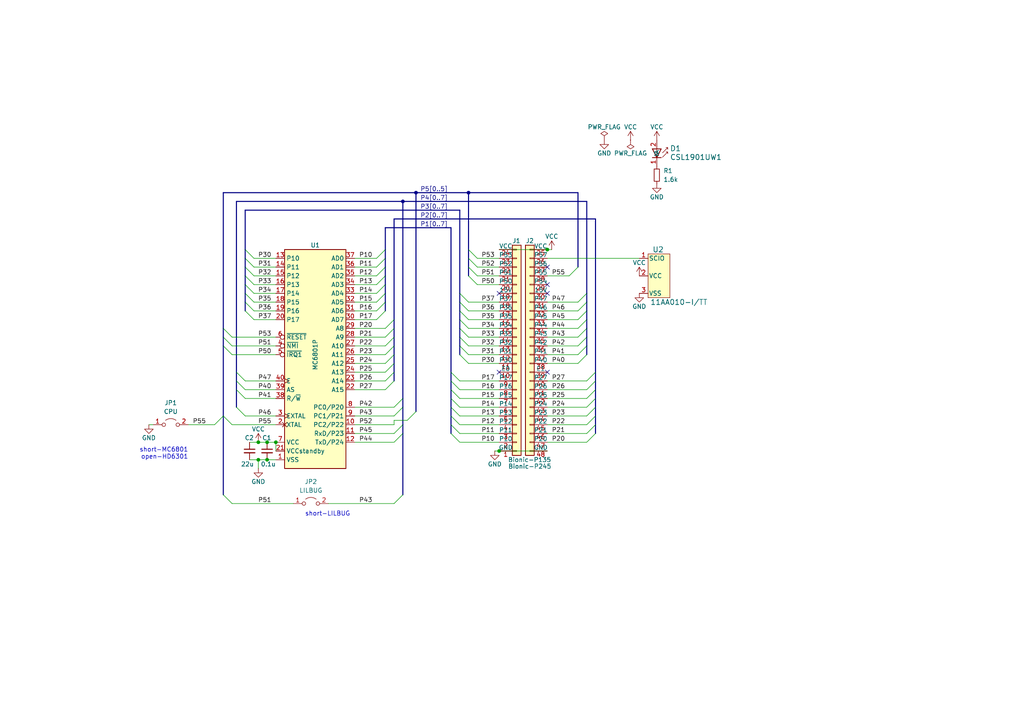
<source format=kicad_sch>
(kicad_sch (version 20231120) (generator "eeschema") (generator_version "8.0")
  (paper "A4")
  (title_block (title "BionicMC6801") (date "2024-12-11") (rev "6") (company "Tadashi G. Takaoka"))
  (lib_symbols
    (symbol "Device:C_Small" (pin_numbers hide) (pin_names (offset 0.254) hide)
      (property "Reference" "C" (at 0.254 1.778 0))
      (property "Value" "C_Small" (at 0.254 -2.032 0))
      (symbol "C_Small_0_1"
        (polyline (pts (xy -1.524 -0.508) (xy 1.524 -0.508)) (stroke (width 0.3302)))
        (polyline (pts (xy -1.524 0.508) (xy 1.524 0.508)) (stroke (width 0.3048)))
      )
      (symbol "C_Small_1_1"
        (pin passive line (at 0 2.54 270) (length 2.032) (name "~") (number "1"))
        (pin passive line (at 0 -2.54 90) (length 2.032) (name "~") (number "2"))
      )
    )
    (symbol "Device:R_Small" (pin_numbers hide) (pin_names (offset 0.254) hide)
      (property "Reference" "R" (at 0.762 0.508 0))
      (property "Value" "R_Small" (at 0.762 -1.016 0))
      (symbol "R_Small_0_1"
        (rectangle (start -0.762 1.778) (end 0.762 -1.778) (stroke (width 0.2032)))
      )
      (symbol "R_Small_1_1"
        (pin passive line (at 0 2.54 270) (length 0.762) (name "~") (number "1"))
        (pin passive line (at 0 -2.54 90) (length 0.762) (name "~") (number "2"))
      )
    )
    (symbol "Jumper:Jumper_2_Open" (pin_names (offset 0) hide)
      (property "Reference" "JP" (at 0 2.794 0))
      (property "Value" "Jumper_2_Open" (at 0 -2.286 0))
      (symbol "Jumper_2_Open_0_0"
        (circle (center -2.032 0) (radius 0.508))
        (circle (center 2.032 0) (radius 0.508))
      )
      (symbol "Jumper_2_Open_0_1"
        (arc (start 1.524 1.27) (mid 0 1.778) (end -1.524 1.27))
      )
      (symbol "Jumper_2_Open_1_1"
        (pin passive line (at -5.08 0 0) (length 2.54) (name "A") (number "1"))
        (pin passive line (at 5.08 0 180) (length 2.54) (name "B") (number "2"))
      )
    )
    (symbol "bionic:Bionic-P135" (pin_names (offset 0))
      (property "Reference" "J" (at 0 30.48 0))
      (property "Value" "Bionic-P135" (at -1.27 -33.02 0))
      (symbol "Bionic-P135_1_1"
        (rectangle (start 0 -30.353) (end -1.27 -30.607) (stroke (width 0.1524)))
        (rectangle (start 0 -27.813) (end -1.27 -28.067) (stroke (width 0.1524)))
        (rectangle (start 0 -25.273) (end -1.27 -25.527) (stroke (width 0.1524)))
        (rectangle (start 0 -22.733) (end -1.27 -22.987) (stroke (width 0.1524)))
        (rectangle (start 0 -20.193) (end -1.27 -20.447) (stroke (width 0.1524)))
        (rectangle (start 0 -17.653) (end -1.27 -17.907) (stroke (width 0.1524)))
        (rectangle (start 0 -15.113) (end -1.27 -15.367) (stroke (width 0.1524)))
        (rectangle (start 0 -12.573) (end -1.27 -12.827) (stroke (width 0.1524)))
        (rectangle (start 0 -10.033) (end -1.27 -10.287) (stroke (width 0.1524)))
        (rectangle (start 0 -7.493) (end -1.27 -7.747) (stroke (width 0.1524)))
        (rectangle (start 0 -4.953) (end -1.27 -5.207) (stroke (width 0.1524)))
        (rectangle (start 0 -2.413) (end -1.27 -2.667) (stroke (width 0.1524)))
        (rectangle (start 0 0.127) (end -1.27 -0.127) (stroke (width 0.1524)))
        (rectangle (start 0 2.667) (end -1.27 2.413) (stroke (width 0.1524)))
        (rectangle (start 0 5.207) (end -1.27 4.953) (stroke (width 0.1524)))
        (rectangle (start 0 7.747) (end -1.27 7.493) (stroke (width 0.1524)))
        (rectangle (start 0 10.287) (end -1.27 10.033) (stroke (width 0.1524)))
        (rectangle (start 0 12.827) (end -1.27 12.573) (stroke (width 0.1524)))
        (rectangle (start 0 15.367) (end -1.27 15.113) (stroke (width 0.1524)))
        (rectangle (start 0 17.907) (end -1.27 17.653) (stroke (width 0.1524)))
        (rectangle (start 0 20.447) (end -1.27 20.193) (stroke (width 0.1524)))
        (rectangle (start 0 22.987) (end -1.27 22.733) (stroke (width 0.1524)))
        (rectangle (start 0 25.527) (end -1.27 25.273) (stroke (width 0.1524)))
        (rectangle (start 0 28.067) (end -1.27 27.813) (stroke (width 0.1524)))
        (rectangle (start 1.27 29.21) (end -1.27 -31.75) (stroke (width 0.254)) (fill (type background)))
        (pin power_in line (at -5.08 -30.48 0) (length 3.81) (name "GND") (number "1"))
        (pin bidirectional line (at -5.08 -7.62 0) (length 3.81) (name "E0") (number "10"))
        (pin bidirectional line (at -5.08 -5.08 0) (length 3.81) (name "P30") (number "11"))
        (pin bidirectional line (at -5.08 -2.54 0) (length 3.81) (name "P31") (number "12"))
        (pin bidirectional line (at -5.08 0 0) (length 3.81) (name "P32") (number "13"))
        (pin bidirectional line (at -5.08 2.54 0) (length 3.81) (name "P33") (number "14"))
        (pin bidirectional line (at -5.08 5.08 0) (length 3.81) (name "P34") (number "15"))
        (pin bidirectional line (at -5.08 7.62 0) (length 3.81) (name "P35") (number "16"))
        (pin bidirectional line (at -5.08 10.16 0) (length 3.81) (name "P36") (number "17"))
        (pin bidirectional line (at -5.08 12.7 0) (length 3.81) (name "P37") (number "18"))
        (pin power_in line (at -5.08 15.24 0) (length 3.81) (name "15V") (number "19"))
        (pin bidirectional line (at -5.08 -27.94 0) (length 3.81) (name "P10") (number "2"))
        (pin bidirectional line (at -5.08 17.78 0) (length 3.81) (name "P50") (number "20"))
        (pin bidirectional line (at -5.08 20.32 0) (length 3.81) (name "P51") (number "21"))
        (pin bidirectional line (at -5.08 22.86 0) (length 3.81) (name "P52") (number "22"))
        (pin bidirectional line (at -5.08 25.4 0) (length 3.81) (name "P53") (number "23"))
        (pin power_in line (at -5.08 27.94 0) (length 3.81) (name "VCC") (number "24"))
        (pin bidirectional line (at -5.08 -25.4 0) (length 3.81) (name "P11") (number "3"))
        (pin bidirectional line (at -5.08 -22.86 0) (length 3.81) (name "P12") (number "4"))
        (pin bidirectional line (at -5.08 -20.32 0) (length 3.81) (name "P13") (number "5"))
        (pin bidirectional line (at -5.08 -17.78 0) (length 3.81) (name "P14") (number "6"))
        (pin bidirectional line (at -5.08 -15.24 0) (length 3.81) (name "P15") (number "7"))
        (pin bidirectional line (at -5.08 -12.7 0) (length 3.81) (name "P16") (number "8"))
        (pin bidirectional line (at -5.08 -10.16 0) (length 3.81) (name "P17") (number "9"))
      )
    )
    (symbol "bionic:Bionic-P245" (pin_names (offset 0))
      (property "Reference" "J" (at -3.81 30.48 0))
      (property "Value" "Bionic-P245" (at -1.27 -33.02 0))
      (symbol "Bionic-P245_1_1"
        (rectangle (start -2.54 -30.607) (end -3.81 -30.353) (stroke (width 0.1524)))
        (rectangle (start -2.54 -28.067) (end -3.81 -27.813) (stroke (width 0.1524)))
        (rectangle (start -2.54 -25.527) (end -3.81 -25.273) (stroke (width 0.1524)))
        (rectangle (start -2.54 -22.987) (end -3.81 -22.733) (stroke (width 0.1524)))
        (rectangle (start -2.54 -20.447) (end -3.81 -20.193) (stroke (width 0.1524)))
        (rectangle (start -2.54 -17.907) (end -3.81 -17.653) (stroke (width 0.1524)))
        (rectangle (start -2.54 -15.367) (end -3.81 -15.113) (stroke (width 0.1524)))
        (rectangle (start -2.54 -12.827) (end -3.81 -12.573) (stroke (width 0.1524)))
        (rectangle (start -2.54 -10.287) (end -3.81 -10.033) (stroke (width 0.1524)))
        (rectangle (start -2.54 -7.747) (end -3.81 -7.493) (stroke (width 0.1524)))
        (rectangle (start -2.54 -5.207) (end -3.81 -4.953) (stroke (width 0.1524)))
        (rectangle (start -2.54 -2.667) (end -3.81 -2.413) (stroke (width 0.1524)))
        (rectangle (start -2.54 -0.127) (end -3.81 0.127) (stroke (width 0.1524)))
        (rectangle (start -2.54 2.413) (end -3.81 2.667) (stroke (width 0.1524)))
        (rectangle (start -2.54 4.953) (end -3.81 5.207) (stroke (width 0.1524)))
        (rectangle (start -2.54 7.493) (end -3.81 7.747) (stroke (width 0.1524)))
        (rectangle (start -2.54 10.033) (end -3.81 10.287) (stroke (width 0.1524)))
        (rectangle (start -2.54 12.573) (end -3.81 12.827) (stroke (width 0.1524)))
        (rectangle (start -2.54 15.113) (end -3.81 15.367) (stroke (width 0.1524)))
        (rectangle (start -2.54 17.653) (end -3.81 17.907) (stroke (width 0.1524)))
        (rectangle (start -2.54 20.193) (end -3.81 20.447) (stroke (width 0.1524)))
        (rectangle (start -2.54 22.733) (end -3.81 22.987) (stroke (width 0.1524)))
        (rectangle (start -2.54 25.273) (end -3.81 25.527) (stroke (width 0.1524)))
        (rectangle (start -2.54 27.813) (end -3.81 28.067) (stroke (width 0.1524)))
        (rectangle (start -2.54 29.21) (end -5.08 -31.75) (stroke (width 0.254)) (fill (type background)))
        (pin power_in line (at 1.27 27.94 180) (length 3.81) (name "VCC") (number "25"))
        (pin bidirectional line (at 1.27 25.4 180) (length 3.81) (name "P57") (number "26"))
        (pin bidirectional line (at 1.27 22.86 180) (length 3.81) (name "P56") (number "27"))
        (pin bidirectional line (at 1.27 20.32 180) (length 3.81) (name "P55") (number "28"))
        (pin bidirectional line (at 1.27 17.78 180) (length 3.81) (name "P54") (number "29"))
        (pin power_in line (at 1.27 15.24 180) (length 3.81) (name "15V") (number "30"))
        (pin bidirectional line (at 1.27 12.7 180) (length 3.81) (name "P47") (number "31"))
        (pin bidirectional line (at 1.27 10.16 180) (length 3.81) (name "P46") (number "32"))
        (pin bidirectional line (at 1.27 7.62 180) (length 3.81) (name "P45") (number "33"))
        (pin bidirectional line (at 1.27 5.08 180) (length 3.81) (name "P44") (number "34"))
        (pin bidirectional line (at 1.27 2.54 180) (length 3.81) (name "P43") (number "35"))
        (pin bidirectional line (at 1.27 0 180) (length 3.81) (name "P42") (number "36"))
        (pin bidirectional line (at 1.27 -2.54 180) (length 3.81) (name "P41") (number "37"))
        (pin bidirectional line (at 1.27 -5.08 180) (length 3.81) (name "P40") (number "38"))
        (pin bidirectional line (at 1.27 -7.62 180) (length 3.81) (name "E1") (number "39"))
        (pin bidirectional line (at 1.27 -10.16 180) (length 3.81) (name "P27") (number "40"))
        (pin bidirectional line (at 1.27 -12.7 180) (length 3.81) (name "P26") (number "41"))
        (pin bidirectional line (at 1.27 -15.24 180) (length 3.81) (name "P25") (number "42"))
        (pin bidirectional line (at 1.27 -17.78 180) (length 3.81) (name "P24") (number "43"))
        (pin bidirectional line (at 1.27 -20.32 180) (length 3.81) (name "P23") (number "44"))
        (pin bidirectional line (at 1.27 -22.86 180) (length 3.81) (name "P22") (number "45"))
        (pin bidirectional line (at 1.27 -25.4 180) (length 3.81) (name "P21") (number "46"))
        (pin bidirectional line (at 1.27 -27.94 180) (length 3.81) (name "P20") (number "47"))
        (pin power_in line (at 1.27 -30.48 180) (length 3.81) (name "GND") (number "48"))
      )
    )
    (symbol "cpu:MC6801P"
      (property "Reference" "U" (at -1.27 31.75 0))
      (property "Value" "MC6801P" (at 0 -3.81 90))
      (symbol "MC6801P_0_1"
        (rectangle (start -8.89 -33.02) (end 8.89 30.48) (stroke (width 0.254)) (fill (type background)))
      )
      (symbol "MC6801P_1_1"
        (pin power_in line (at -11.43 -30.48 0) (length 2.54) (name "VSS") (number "1"))
        (pin bidirectional line (at 11.43 -20.32 180) (length 2.54) (name "PC2/P22") (number "10"))
        (pin input line (at 11.43 -22.86 180) (length 2.54) (name "RxD/P23") (number "11"))
        (pin output line (at 11.43 -25.4 180) (length 2.54) (name "TxD/P24") (number "12"))
        (pin bidirectional line (at -11.43 27.94 0) (length 2.54) (name "P10") (number "13"))
        (pin bidirectional line (at -11.43 25.4 0) (length 2.54) (name "P11") (number "14"))
        (pin bidirectional line (at -11.43 22.86 0) (length 2.54) (name "P12") (number "15"))
        (pin bidirectional line (at -11.43 20.32 0) (length 2.54) (name "P13") (number "16"))
        (pin bidirectional line (at -11.43 17.78 0) (length 2.54) (name "P14") (number "17"))
        (pin bidirectional line (at -11.43 15.24 0) (length 2.54) (name "P15") (number "18"))
        (pin bidirectional line (at -11.43 12.7 0) (length 2.54) (name "P16") (number "19"))
        (pin input non_logic (at -11.43 -20.32 0) (length 2.54) (name "XTAL") (number "2"))
        (pin bidirectional line (at -11.43 10.16 0) (length 2.54) (name "P17") (number "20"))
        (pin power_in line (at -11.43 -27.94 0) (length 2.54) (name "VCCstandby") (number "21"))
        (pin output line (at 11.43 -10.16 180) (length 2.54) (name "A15") (number "22"))
        (pin output line (at 11.43 -7.62 180) (length 2.54) (name "A14") (number "23"))
        (pin output line (at 11.43 -5.08 180) (length 2.54) (name "A13") (number "24"))
        (pin output line (at 11.43 -2.54 180) (length 2.54) (name "A12") (number "25"))
        (pin output line (at 11.43 0 180) (length 2.54) (name "A11") (number "26"))
        (pin output line (at 11.43 2.54 180) (length 2.54) (name "A10") (number "27"))
        (pin output line (at 11.43 5.08 180) (length 2.54) (name "A9") (number "28"))
        (pin output line (at 11.43 7.62 180) (length 2.54) (name "A8") (number "29"))
        (pin input clock (at -11.43 -17.78 0) (length 2.54) (name "EXTAL") (number "3"))
        (pin bidirectional line (at 11.43 10.16 180) (length 2.54) (name "AD7") (number "30"))
        (pin bidirectional line (at 11.43 12.7 180) (length 2.54) (name "AD6") (number "31"))
        (pin bidirectional line (at 11.43 15.24 180) (length 2.54) (name "AD5") (number "32"))
        (pin bidirectional line (at 11.43 17.78 180) (length 2.54) (name "AD4") (number "33"))
        (pin bidirectional line (at 11.43 20.32 180) (length 2.54) (name "AD3") (number "34"))
        (pin bidirectional line (at 11.43 22.86 180) (length 2.54) (name "AD2") (number "35"))
        (pin bidirectional line (at 11.43 25.4 180) (length 2.54) (name "AD1") (number "36"))
        (pin bidirectional line (at 11.43 27.94 180) (length 2.54) (name "AD0") (number "37"))
        (pin output line (at -11.43 -12.7 0) (length 2.54) (name "R/~{W}") (number "38"))
        (pin output line (at -11.43 -10.16 0) (length 2.54) (name "AS") (number "39"))
        (pin input inverted (at -11.43 2.54 0) (length 2.54) (name "~{NMI}") (number "4"))
        (pin output clock (at -11.43 -7.62 0) (length 2.54) (name "E") (number "40"))
        (pin input inverted (at -11.43 0 0) (length 2.54) (name "~{IRQ1}") (number "5"))
        (pin input inverted (at -11.43 5.08 0) (length 2.54) (name "~{RESET}") (number "6"))
        (pin power_in line (at -11.43 -25.4 0) (length 2.54) (name "VCC") (number "7"))
        (pin bidirectional line (at 11.43 -15.24 180) (length 2.54) (name "PC0/P20") (number "8"))
        (pin bidirectional line (at 11.43 -17.78 180) (length 2.54) (name "PC1/P21") (number "9"))
      )
    )
    (symbol "microchip:11AA010-I_TT" (pin_names (offset 0.254))
      (property "Reference" "U" (at 2.54 1.27 0))
      (property "Value" "11AA010-I/TT" (at 3.81 -13.97 0))
      (symbol "11AA010-I_TT_1_1"
        (rectangle (start 0 0) (end 6.35 -12.7) (fill (type background)))
        (pin bidirectional line (at -2.54 -1.27 0) (length 2.54) (name "SCIO") (number "1"))
        (pin power_in line (at -2.54 -6.35 0) (length 2.54) (name "VCC") (number "2"))
        (pin power_in line (at -2.54 -11.43 0) (length 2.54) (name "VSS") (number "3"))
      )
    )
    (symbol "power:GND" (power) (pin_numbers hide) (pin_names (offset 0) hide)
      (property "Value" "GND" (at 0 -3.81 0))
      (symbol "GND_0_1"
        (polyline (pts (xy 0 0) (xy 0 -1.27) (xy 1.27 -1.27) (xy 0 -2.54) (xy -1.27 -1.27) (xy 0 -1.27)))
      )
      (symbol "GND_1_1"
        (pin power_in line (at 0 0 270) (length 0) (name "~") (number "1"))
      )
    )
    (symbol "power:PWR_FLAG" (power) (pin_numbers hide) (pin_names (offset 0) hide)
      (property "Value" "PWR_FLAG" (at 0 3.81 0))
      (symbol "PWR_FLAG_0_0"
        (pin power_out line (at 0 0 90) (length 0) (name "~") (number "1"))
      )
      (symbol "PWR_FLAG_0_1"
        (polyline (pts (xy 0 0) (xy 0 1.27) (xy -1.016 1.905) (xy 0 2.54) (xy 1.016 1.905) (xy 0 1.27)))
      )
    )
    (symbol "power:VCC" (power) (pin_numbers hide) (pin_names (offset 0) hide)
      (property "Value" "VCC" (at 0 3.556 0))
      (symbol "VCC_0_1"
        (polyline (pts (xy -0.762 1.27) (xy 0 2.54)))
        (polyline (pts (xy 0 0) (xy 0 2.54)))
        (polyline (pts (xy 0 2.54) (xy 0.762 1.27)))
      )
      (symbol "VCC_1_1"
        (pin power_in line (at 0 0 90) (length 0) (name "~") (number "1"))
      )
    )
    (symbol "rhom:CSL1901UW1" (pin_names (offset 0.254))
      (property "Reference" "D" (at 3.81 -2.54 0))
      (property "Value" "CSL1901UW1" (at 3.81 -5.08 0))
      (symbol "CSL1901UW1_0_1"
        (polyline (pts (xy 2.159 3.175) (xy 2.667 3.175)))
        (polyline (pts (xy 2.54 0) (xy 5.08 0)))
        (polyline (pts (xy 5.08 1.27) (xy 5.08 -1.27)) (stroke (width 0.254)))
        (polyline (pts (xy 3.683 1.651) (xy 2.159 3.175) (xy 2.159 2.667)))
        (polyline (pts (xy 2.54 -1.27) (xy 5.08 0) (xy 2.54 1.27) (xy 2.54 -1.27)) (stroke (width 0.254)))
        (polyline (pts (xy 4.953 1.651) (xy 3.429 3.175) (xy 3.429 2.667) (xy 3.429 3.175) (xy 3.937 3.175)))
      )
      (symbol "CSL1901UW1_1_1"
        (pin passive line (at 7.62 0 180) (length 2.54) (name "K") (number "1"))
        (pin passive line (at 0 0 0) (length 2.54) (name "A") (number "2"))
      )
      (symbol "CSL1901UW1_1_2"
        (polyline (pts (xy -5.08 7.62) (xy -4.445 8.255)) (stroke (width 0.2032)))
        (polyline (pts (xy -5.08 8.255) (xy -5.08 7.62)) (stroke (width 0.2032)))
        (polyline (pts (xy -4.445 6.35) (xy -3.81 6.985)) (stroke (width 0.2032)))
        (polyline (pts (xy -4.445 8.255) (xy -5.08 8.255)) (stroke (width 0.2032)))
        (polyline (pts (xy -4.445 9.525) (xy -3.81 10.16)) (stroke (width 0.2032)))
        (polyline (pts (xy -4.445 10.16) (xy -4.445 9.525)) (stroke (width 0.2032)))
        (polyline (pts (xy -3.81 6.985) (xy -5.08 8.255)) (stroke (width 0.2032)))
        (polyline (pts (xy -3.81 8.255) (xy -3.175 8.89)) (stroke (width 0.2032)))
        (polyline (pts (xy -3.81 10.16) (xy -4.445 10.16)) (stroke (width 0.2032)))
        (polyline (pts (xy -3.175 5.08) (xy -4.445 6.35)) (stroke (width 0.2032)))
        (polyline (pts (xy -3.175 8.89) (xy -4.445 10.16)) (stroke (width 0.2032)))
        (polyline (pts (xy -2.54 6.985) (xy -3.81 8.255)) (stroke (width 0.2032)))
        (polyline (pts (xy -1.905 3.81) (xy 1.905 3.81)) (stroke (width 0.2032)))
        (polyline (pts (xy 0 2.54) (xy 0 3.4798)) (stroke (width 0.2032)))
        (polyline (pts (xy 0 3.175) (xy 0 3.81)) (stroke (width 0.2032)))
        (polyline (pts (xy 0 6.35) (xy -1.905 3.81)) (stroke (width 0.2032)))
        (polyline (pts (xy 0 6.35) (xy 0 7.62)) (stroke (width 0.2032)))
        (polyline (pts (xy 1.905 3.81) (xy 0 6.35)) (stroke (width 0.2032)))
        (polyline (pts (xy 1.905 6.35) (xy -1.905 6.35)) (stroke (width 0.2032)))
        (pin unspecified line (at 0 10.16 270) (length 2.54) (name "") (number "1"))
        (pin unspecified line (at 0 0 90) (length 2.54) (name "") (number "2"))
      )
    )
  )
  (junction (at 120.65 55.88))
  (junction (at 74.93 128.27))
  (junction (at 135.89 55.88))
  (junction (at 116.84 58.42))
  (junction (at 77.47 128.27))
  (junction (at 77.47 133.35))
  (junction (at 80.01 128.27))
  (junction (at 74.93 133.35))
  (junction (at 144.78 130.81))
  (junction (at 158.75 72.39))
  (no_connect (at 144.78 85.09))
  (no_connect (at 158.75 77.47))
  (no_connect (at 144.78 107.95))
  (no_connect (at 158.75 82.55))
  (no_connect (at 158.75 107.95))
  (no_connect (at 158.75 85.09))
  (bus_entry (at 120.65 119.38) (size -2.54 2.54))
  (bus_entry (at 109.22 74.93) (size 2.54 -2.54))
  (bus_entry (at 73.66 92.71) (size -2.54 -2.54))
  (bus_entry (at 133.35 113.03) (size -2.54 -2.54))
  (bus_entry (at 116.84 118.11) (size -2.54 2.54))
  (bus_entry (at 64.77 97.79) (size 2.54 2.54))
  (bus_entry (at 114.3 95.25) (size -2.54 2.54))
  (bus_entry (at 170.18 87.63) (size -2.54 2.54))
  (bus_entry (at 73.66 85.09) (size -2.54 -2.54))
  (bus_entry (at 109.22 90.17) (size 2.54 -2.54))
  (bus_entry (at 109.22 87.63) (size 2.54 -2.54))
  (bus_entry (at 135.89 77.47) (size 2.54 2.54))
  (bus_entry (at 135.89 80.01) (size 2.54 2.54))
  (bus_entry (at 133.35 110.49) (size -2.54 -2.54))
  (bus_entry (at 133.35 87.63) (size 2.54 2.54))
  (bus_entry (at 170.18 95.25) (size -2.54 2.54))
  (bus_entry (at 172.72 118.11) (size -2.54 2.54))
  (bus_entry (at 73.66 74.93) (size -2.54 -2.54))
  (bus_entry (at 170.18 90.17) (size -2.54 2.54))
  (bus_entry (at 109.22 77.47) (size 2.54 -2.54))
  (bus_entry (at 109.22 82.55) (size 2.54 -2.54))
  (bus_entry (at 172.72 120.65) (size -2.54 2.54))
  (bus_entry (at 170.18 85.09) (size -2.54 2.54))
  (bus_entry (at 116.84 123.19) (size -2.54 2.54))
  (bus_entry (at 116.84 125.73) (size -2.54 2.54))
  (bus_entry (at 170.18 100.33) (size -2.54 2.54))
  (bus_entry (at 172.72 125.73) (size -2.54 2.54))
  (bus_entry (at 64.77 143.51) (size 2.54 2.54))
  (bus_entry (at 170.18 102.87) (size -2.54 2.54))
  (bus_entry (at 114.3 110.49) (size -2.54 2.54))
  (bus_entry (at 73.66 87.63) (size -2.54 -2.54))
  (bus_entry (at 133.35 118.11) (size -2.54 -2.54))
  (bus_entry (at 133.35 100.33) (size 2.54 2.54))
  (bus_entry (at 170.18 97.79) (size -2.54 2.54))
  (bus_entry (at 64.77 95.25) (size 2.54 2.54))
  (bus_entry (at 133.35 95.25) (size 2.54 2.54))
  (bus_entry (at 68.58 110.49) (size 2.54 2.54))
  (bus_entry (at 114.3 105.41) (size -2.54 2.54))
  (bus_entry (at 135.89 74.93) (size 2.54 2.54))
  (bus_entry (at 114.3 100.33) (size -2.54 2.54))
  (bus_entry (at 170.18 92.71) (size -2.54 2.54))
  (bus_entry (at 73.66 77.47) (size -2.54 -2.54))
  (bus_entry (at 114.3 107.95) (size -2.54 2.54))
  (bus_entry (at 73.66 90.17) (size -2.54 -2.54))
  (bus_entry (at 172.72 107.95) (size -2.54 2.54))
  (bus_entry (at 133.35 102.87) (size 2.54 2.54))
  (bus_entry (at 68.58 113.03) (size 2.54 2.54))
  (bus_entry (at 68.58 118.11) (size 2.54 2.54))
  (bus_entry (at 172.72 123.19) (size -2.54 2.54))
  (bus_entry (at 116.84 115.57) (size -2.54 2.54))
  (bus_entry (at 64.77 120.65) (size -2.54 2.54))
  (bus_entry (at 167.64 77.47) (size -2.54 2.54))
  (bus_entry (at 114.3 97.79) (size -2.54 2.54))
  (bus_entry (at 133.35 115.57) (size -2.54 -2.54))
  (bus_entry (at 116.84 143.51) (size -2.54 2.54))
  (bus_entry (at 172.72 113.03) (size -2.54 2.54))
  (bus_entry (at 172.72 110.49) (size -2.54 2.54))
  (bus_entry (at 135.89 72.39) (size 2.54 2.54))
  (bus_entry (at 133.35 128.27) (size -2.54 -2.54))
  (bus_entry (at 109.22 80.01) (size 2.54 -2.54))
  (bus_entry (at 133.35 90.17) (size 2.54 2.54))
  (bus_entry (at 68.58 107.95) (size 2.54 2.54))
  (bus_entry (at 172.72 115.57) (size -2.54 2.54))
  (bus_entry (at 109.22 92.71) (size 2.54 -2.54))
  (bus_entry (at 133.35 85.09) (size 2.54 2.54))
  (bus_entry (at 73.66 82.55) (size -2.54 -2.54))
  (bus_entry (at 133.35 125.73) (size -2.54 -2.54))
  (bus_entry (at 114.3 102.87) (size -2.54 2.54))
  (bus_entry (at 133.35 120.65) (size -2.54 -2.54))
  (bus_entry (at 133.35 97.79) (size 2.54 2.54))
  (bus_entry (at 64.77 120.65) (size 2.54 2.54))
  (bus_entry (at 133.35 123.19) (size -2.54 -2.54))
  (bus_entry (at 109.22 85.09) (size 2.54 -2.54))
  (bus_entry (at 133.35 92.71) (size 2.54 2.54))
  (bus_entry (at 114.3 92.71) (size -2.54 2.54))
  (bus_entry (at 64.77 100.33) (size 2.54 2.54))
  (bus_entry (at 73.66 80.01) (size -2.54 -2.54))
  (bus (pts (xy 68.58 107.95) (xy 68.58 110.49)))
  (bus (pts (xy 133.35 92.71) (xy 133.35 95.25)))
  (bus (pts (xy 133.35 95.25) (xy 133.35 97.79)))
  (wire (pts (xy 102.87 123.19) (xy 114.3 123.19)))
  (wire (pts (xy 102.87 110.49) (xy 111.76 110.49)))
  (bus (pts (xy 68.58 58.42) (xy 68.58 107.95)))
  (wire (pts (xy 102.87 92.71) (xy 109.22 92.71)))
  (wire (pts (xy 80.01 128.27) (xy 80.01 130.81)))
  (bus (pts (xy 111.76 82.55) (xy 111.76 85.09)))
  (bus (pts (xy 116.84 118.11) (xy 116.84 123.19)))
  (bus (pts (xy 64.77 55.88) (xy 120.65 55.88)))
  (bus (pts (xy 71.12 74.93) (xy 71.12 77.47)))
  (bus (pts (xy 130.81 115.57) (xy 130.81 118.11)))
  (wire (pts (xy 135.89 87.63) (xy 144.78 87.63)))
  (wire (pts (xy 102.87 128.27) (xy 114.3 128.27)))
  (wire (pts (xy 133.35 115.57) (xy 144.78 115.57)))
  (wire (pts (xy 160.02 72.39) (xy 158.75 72.39)))
  (bus (pts (xy 135.89 55.88) (xy 135.89 72.39)))
  (bus (pts (xy 111.76 72.39) (xy 111.76 66.04)))
  (bus (pts (xy 172.72 123.19) (xy 172.72 125.73)))
  (bus (pts (xy 71.12 60.96) (xy 133.35 60.96)))
  (wire (pts (xy 43.18 123.19) (xy 44.45 123.19)))
  (bus (pts (xy 111.76 66.04) (xy 130.81 66.04)))
  (wire (pts (xy 133.35 110.49) (xy 144.78 110.49)))
  (bus (pts (xy 135.89 72.39) (xy 135.89 74.93)))
  (wire (pts (xy 102.87 85.09) (xy 109.22 85.09)))
  (bus (pts (xy 133.35 60.96) (xy 133.35 85.09)))
  (bus (pts (xy 170.18 92.71) (xy 170.18 90.17)))
  (bus (pts (xy 114.3 92.71) (xy 114.3 63.5)))
  (wire (pts (xy 67.31 102.87) (xy 80.01 102.87)))
  (bus (pts (xy 114.3 102.87) (xy 114.3 105.41)))
  (wire (pts (xy 138.43 80.01) (xy 144.78 80.01)))
  (bus (pts (xy 116.84 58.42) (xy 68.58 58.42)))
  (wire (pts (xy 72.39 133.35) (xy 74.93 133.35)))
  (wire (pts (xy 158.75 113.03) (xy 170.18 113.03)))
  (bus (pts (xy 120.65 55.88) (xy 120.65 119.38)))
  (wire (pts (xy 135.89 100.33) (xy 144.78 100.33)))
  (bus (pts (xy 130.81 120.65) (xy 130.81 123.19)))
  (bus (pts (xy 114.3 97.79) (xy 114.3 100.33)))
  (bus (pts (xy 172.72 107.95) (xy 172.72 110.49)))
  (wire (pts (xy 135.89 105.41) (xy 144.78 105.41)))
  (wire (pts (xy 144.78 130.81) (xy 158.75 130.81)))
  (wire (pts (xy 114.3 121.92) (xy 118.11 121.92)))
  (wire (pts (xy 71.12 115.57) (xy 80.01 115.57)))
  (wire (pts (xy 158.75 95.25) (xy 167.64 95.25)))
  (bus (pts (xy 111.76 80.01) (xy 111.76 82.55)))
  (wire (pts (xy 71.12 110.49) (xy 80.01 110.49)))
  (bus (pts (xy 116.84 115.57) (xy 116.84 118.11)))
  (wire (pts (xy 133.35 113.03) (xy 144.78 113.03)))
  (bus (pts (xy 135.89 77.47) (xy 135.89 80.01)))
  (wire (pts (xy 138.43 77.47) (xy 144.78 77.47)))
  (bus (pts (xy 172.72 118.11) (xy 172.72 120.65)))
  (wire (pts (xy 133.35 118.11) (xy 144.78 118.11)))
  (wire (pts (xy 158.75 118.11) (xy 170.18 118.11)))
  (bus (pts (xy 172.72 120.65) (xy 172.72 123.19)))
  (bus (pts (xy 130.81 107.95) (xy 130.81 110.49)))
  (bus (pts (xy 114.3 63.5) (xy 172.72 63.5)))
  (wire (pts (xy 102.87 80.01) (xy 109.22 80.01)))
  (wire (pts (xy 135.89 92.71) (xy 144.78 92.71)))
  (wire (pts (xy 133.35 123.19) (xy 144.78 123.19)))
  (wire (pts (xy 135.89 90.17) (xy 144.78 90.17)))
  (wire (pts (xy 73.66 92.71) (xy 80.01 92.71)))
  (wire (pts (xy 158.75 115.57) (xy 170.18 115.57)))
  (wire (pts (xy 102.87 77.47) (xy 109.22 77.47)))
  (bus (pts (xy 114.3 95.25) (xy 114.3 97.79)))
  (wire (pts (xy 143.51 130.81) (xy 144.78 130.81)))
  (wire (pts (xy 133.35 128.27) (xy 144.78 128.27)))
  (bus (pts (xy 170.18 85.09) (xy 170.18 58.42)))
  (bus (pts (xy 130.81 110.49) (xy 130.81 113.03)))
  (wire (pts (xy 158.75 87.63) (xy 167.64 87.63)))
  (bus (pts (xy 71.12 72.39) (xy 71.12 74.93)))
  (wire (pts (xy 102.87 125.73) (xy 114.3 125.73)))
  (wire (pts (xy 102.87 118.11) (xy 114.3 118.11)))
  (wire (pts (xy 73.66 77.47) (xy 80.01 77.47)))
  (wire (pts (xy 158.75 120.65) (xy 170.18 120.65)))
  (bus (pts (xy 111.76 85.09) (xy 111.76 87.63)))
  (wire (pts (xy 71.12 113.03) (xy 80.01 113.03)))
  (bus (pts (xy 172.72 63.5) (xy 172.72 107.95)))
  (wire (pts (xy 102.87 82.55) (xy 109.22 82.55)))
  (wire (pts (xy 77.47 128.27) (xy 80.01 128.27)))
  (bus (pts (xy 170.18 100.33) (xy 170.18 97.79)))
  (bus (pts (xy 130.81 123.19) (xy 130.81 125.73)))
  (wire (pts (xy 158.75 97.79) (xy 167.64 97.79)))
  (bus (pts (xy 114.3 105.41) (xy 114.3 107.95)))
  (wire (pts (xy 135.89 95.25) (xy 144.78 95.25)))
  (wire (pts (xy 158.75 102.87) (xy 167.64 102.87)))
  (bus (pts (xy 170.18 90.17) (xy 170.18 87.63)))
  (bus (pts (xy 133.35 97.79) (xy 133.35 100.33)))
  (wire (pts (xy 72.39 128.27) (xy 74.93 128.27)))
  (wire (pts (xy 102.87 102.87) (xy 111.76 102.87)))
  (wire (pts (xy 73.66 90.17) (xy 80.01 90.17)))
  (wire (pts (xy 77.47 133.35) (xy 74.93 133.35)))
  (wire (pts (xy 102.87 105.41) (xy 111.76 105.41)))
  (bus (pts (xy 114.3 100.33) (xy 114.3 102.87)))
  (wire (pts (xy 102.87 95.25) (xy 111.76 95.25)))
  (bus (pts (xy 71.12 72.39) (xy 71.12 60.96)))
  (bus (pts (xy 172.72 113.03) (xy 172.72 115.57)))
  (wire (pts (xy 102.87 120.65) (xy 114.3 120.65)))
  (wire (pts (xy 158.75 128.27) (xy 170.18 128.27)))
  (wire (pts (xy 95.25 146.05) (xy 114.3 146.05)))
  (wire (pts (xy 114.3 123.19) (xy 114.3 121.92)))
  (bus (pts (xy 170.18 97.79) (xy 170.18 95.25)))
  (bus (pts (xy 71.12 82.55) (xy 71.12 85.09)))
  (wire (pts (xy 67.31 123.19) (xy 80.01 123.19)))
  (wire (pts (xy 102.87 107.95) (xy 111.76 107.95)))
  (bus (pts (xy 130.81 113.03) (xy 130.81 115.57)))
  (wire (pts (xy 158.75 105.41) (xy 167.64 105.41)))
  (wire (pts (xy 102.87 87.63) (xy 109.22 87.63)))
  (bus (pts (xy 170.18 102.87) (xy 170.18 100.33)))
  (wire (pts (xy 133.35 120.65) (xy 144.78 120.65)))
  (wire (pts (xy 102.87 97.79) (xy 111.76 97.79)))
  (bus (pts (xy 116.84 123.19) (xy 116.84 125.73)))
  (wire (pts (xy 102.87 74.93) (xy 109.22 74.93)))
  (wire (pts (xy 73.66 74.93) (xy 80.01 74.93)))
  (bus (pts (xy 172.72 115.57) (xy 172.72 118.11)))
  (wire (pts (xy 102.87 90.17) (xy 109.22 90.17)))
  (bus (pts (xy 68.58 113.03) (xy 68.58 118.11)))
  (wire (pts (xy 73.66 85.09) (xy 80.01 85.09)))
  (wire (pts (xy 158.75 110.49) (xy 170.18 110.49)))
  (wire (pts (xy 73.66 82.55) (xy 80.01 82.55)))
  (bus (pts (xy 71.12 77.47) (xy 71.12 80.01)))
  (wire (pts (xy 73.66 80.01) (xy 80.01 80.01)))
  (bus (pts (xy 111.76 77.47) (xy 111.76 80.01)))
  (wire (pts (xy 67.31 97.79) (xy 80.01 97.79)))
  (wire (pts (xy 77.47 128.27) (xy 74.93 128.27)))
  (bus (pts (xy 133.35 100.33) (xy 133.35 102.87)))
  (bus (pts (xy 120.65 55.88) (xy 135.89 55.88)))
  (bus (pts (xy 71.12 85.09) (xy 71.12 87.63)))
  (wire (pts (xy 158.75 90.17) (xy 167.64 90.17)))
  (bus (pts (xy 167.64 77.47) (xy 167.64 55.88)))
  (bus (pts (xy 111.76 72.39) (xy 111.76 74.93)))
  (wire (pts (xy 135.89 102.87) (xy 144.78 102.87)))
  (wire (pts (xy 144.78 72.39) (xy 158.75 72.39)))
  (bus (pts (xy 133.35 90.17) (xy 133.35 92.71)))
  (wire (pts (xy 54.61 123.19) (xy 62.23 123.19)))
  (wire (pts (xy 158.75 100.33) (xy 167.64 100.33)))
  (bus (pts (xy 135.89 74.93) (xy 135.89 77.47)))
  (bus (pts (xy 114.3 92.71) (xy 114.3 95.25)))
  (bus (pts (xy 68.58 110.49) (xy 68.58 113.03)))
  (bus (pts (xy 64.77 120.65) (xy 64.77 100.33)))
  (wire (pts (xy 102.87 113.03) (xy 111.76 113.03)))
  (bus (pts (xy 111.76 74.93) (xy 111.76 77.47)))
  (wire (pts (xy 138.43 82.55) (xy 144.78 82.55)))
  (bus (pts (xy 172.72 110.49) (xy 172.72 113.03)))
  (wire (pts (xy 71.12 120.65) (xy 80.01 120.65)))
  (bus (pts (xy 170.18 95.25) (xy 170.18 92.71)))
  (wire (pts (xy 158.75 80.01) (xy 165.1 80.01)))
  (wire (pts (xy 135.89 97.79) (xy 144.78 97.79)))
  (bus (pts (xy 71.12 80.01) (xy 71.12 82.55)))
  (bus (pts (xy 133.35 87.63) (xy 133.35 90.17)))
  (bus (pts (xy 111.76 87.63) (xy 111.76 90.17)))
  (wire (pts (xy 74.93 135.89) (xy 74.93 133.35)))
  (bus (pts (xy 64.77 100.33) (xy 64.77 97.79)))
  (bus (pts (xy 133.35 85.09) (xy 133.35 87.63)))
  (wire (pts (xy 138.43 74.93) (xy 144.78 74.93)))
  (bus (pts (xy 170.18 87.63) (xy 170.18 85.09)))
  (wire (pts (xy 73.66 87.63) (xy 80.01 87.63)))
  (wire (pts (xy 102.87 100.33) (xy 111.76 100.33)))
  (wire (pts (xy 77.47 133.35) (xy 80.01 133.35)))
  (bus (pts (xy 64.77 120.65) (xy 64.77 143.51)))
  (bus (pts (xy 64.77 95.25) (xy 64.77 55.88)))
  (wire (pts (xy 158.75 74.93) (xy 185.42 74.93)))
  (bus (pts (xy 130.81 66.04) (xy 130.81 107.95)))
  (wire (pts (xy 67.31 100.33) (xy 80.01 100.33)))
  (wire (pts (xy 158.75 92.71) (xy 167.64 92.71)))
  (bus (pts (xy 116.84 125.73) (xy 116.84 143.51)))
  (wire (pts (xy 67.31 146.05) (xy 85.09 146.05)))
  (wire (pts (xy 158.75 125.73) (xy 170.18 125.73)))
  (bus (pts (xy 71.12 87.63) (xy 71.12 90.17)))
  (bus (pts (xy 167.64 55.88) (xy 135.89 55.88)))
  (bus (pts (xy 116.84 58.42) (xy 116.84 115.57)))
  (bus (pts (xy 170.18 58.42) (xy 116.84 58.42)))
  (wire (pts (xy 133.35 125.73) (xy 144.78 125.73)))
  (bus (pts (xy 114.3 107.95) (xy 114.3 110.49)))
  (bus (pts (xy 130.81 118.11) (xy 130.81 120.65)))
  (bus (pts (xy 64.77 97.79) (xy 64.77 95.25)))
  (wire (pts (xy 158.75 123.19) (xy 170.18 123.19)))
  (text "short-MC6801\nopen-HD6301" (at 54.61 133.35 0) (effects (font (size 1.27 1.27)) (justify right bottom)))
  (text "short-LILBUG\n" (at 101.6 149.86 0) (effects (font (size 1.27 1.27)) (justify right bottom)))
  (label "P26" (at 160.02 113.03 0))
  (label "P47" (at 78.74 110.49 180))
  (label "P53" (at 78.74 97.79 180))
  (label "P13" (at 104.14 82.55 0))
  (label "P55" (at 78.74 123.19 180))
  (label "P3[0..7]" (at 121.92 60.96 0))
  (label "P41" (at 160.02 102.87 0))
  (label "P23" (at 104.14 102.87 0))
  (label "P15" (at 104.14 87.63 0))
  (label "P23" (at 160.02 120.65 0))
  (label "P52" (at 143.51 77.47 180))
  (label "P40" (at 78.74 113.03 180))
  (label "P37" (at 143.51 87.63 180))
  (label "P33" (at 78.74 82.55 180))
  (label "P16" (at 104.14 90.17 0))
  (label "P44" (at 160.02 95.25 0))
  (label "P51" (at 78.74 146.05 180))
  (label "P16" (at 143.51 113.03 180))
  (label "P42" (at 160.02 100.33 0))
  (label "P44" (at 104.14 128.27 0))
  (label "P36" (at 143.51 90.17 180))
  (label "P10" (at 104.14 74.93 0))
  (label "P51" (at 143.51 80.01 180))
  (label "P50" (at 143.51 82.55 180))
  (label "P30" (at 143.51 105.41 180))
  (label "P14" (at 104.14 85.09 0))
  (label "P36" (at 78.74 90.17 180))
  (label "P20" (at 160.02 128.27 0))
  (label "P24" (at 160.02 118.11 0))
  (label "P25" (at 104.14 107.95 0))
  (label "P13" (at 143.51 120.65 180))
  (label "P45" (at 160.02 92.71 0))
  (label "P4[0..7]" (at 121.92 58.42 0))
  (label "P34" (at 78.74 85.09 180))
  (label "P46" (at 78.74 120.65 180))
  (label "P40" (at 160.02 105.41 0))
  (label "P2[0..7]" (at 121.92 63.5 0))
  (label "P26" (at 104.14 110.49 0))
  (label "P46" (at 160.02 90.17 0))
  (label "P51" (at 78.74 100.33 180))
  (label "P31" (at 78.74 77.47 180))
  (label "P11" (at 143.51 125.73 180))
  (label "P35" (at 143.51 92.71 180))
  (label "P53" (at 143.51 74.93 180))
  (label "P11" (at 104.14 77.47 0))
  (label "P43" (at 104.14 120.65 0))
  (label "P52" (at 104.14 123.19 0))
  (label "P27" (at 104.14 113.03 0))
  (label "P14" (at 143.51 118.11 180))
  (label "P42" (at 104.14 118.11 0))
  (label "P32" (at 143.51 100.33 180))
  (label "P41" (at 78.74 115.57 180))
  (label "P55" (at 55.88 123.19 0))
  (label "P27" (at 160.02 110.49 0))
  (label "P21" (at 160.02 125.73 0))
  (label "P35" (at 78.74 87.63 180))
  (label "P31" (at 143.51 102.87 180))
  (label "P12" (at 143.51 123.19 180))
  (label "P33" (at 143.51 97.79 180))
  (label "P43" (at 160.02 97.79 0))
  (label "P5[0..5]" (at 121.92 55.88 0))
  (label "P20" (at 104.14 95.25 0))
  (label "P43" (at 104.14 146.05 0))
  (label "P45" (at 104.14 125.73 0))
  (label "P55" (at 160.02 80.01 0))
  (label "P1[0..7]" (at 121.92 66.04 0))
  (label "P30" (at 78.74 74.93 180))
  (label "P24" (at 104.14 105.41 0))
  (label "P17" (at 143.51 110.49 180))
  (label "P32" (at 78.74 80.01 180))
  (label "P10" (at 143.51 128.27 180))
  (label "P17" (at 104.14 92.71 0))
  (label "P34" (at 143.51 95.25 180))
  (label "P21" (at 104.14 97.79 0))
  (label "P15" (at 143.51 115.57 180))
  (label "P25" (at 160.02 115.57 0))
  (label "P12" (at 104.14 80.01 0))
  (label "P50" (at 78.74 102.87 180))
  (label "P37" (at 78.74 92.71 180))
  (label "P47" (at 160.02 87.63 0))
  (label "P22" (at 104.14 100.33 0))
  (label "P22" (at 160.02 123.19 0))
  (symbol (lib_id "Device:C_Small") (at 77.47 130.81 0) (mirror y) (unit 1)
    (property "Reference" "C1" (at 78.74 127 0) (effects (justify left)))
    (property "Value" "0.1u" (at 80.01 134.62 0) (effects (justify left)))
    (property "Footprint" "Capacitor_SMD:C_0603_1608Metric_Pad1.08x0.95mm_HandSolder" (effects (hide yes)))
  )
  (symbol (lib_id "cpu:MC6801P") (at 91.44 102.87 0) (unit 1)
    (property "Reference" "U1" (at 91.44 71.12 0))
    (property "Value" "MC6801P" (at 91.44 102.87 90))
    (property "Footprint" "bionic:DIP-40_W15.24mm_Socket" (effects (hide yes)))
    (property "Description" "8-bit General Purpose Microprocessor, DIP-40" (effects (hide yes)))
  )
  (symbol (lib_id "power:VCC") (at 190.5 40.64 0) (unit 1)
    (property "Reference" "#PWR05" (effects (hide yes)))
    (property "Value" "VCC" (at 190.5 36.83 0))
    (property "Description" "Power symbol creates a global label with name \"VCC\"" (effects (hide yes)))
  )
  (symbol (lib_id "power:VCC") (at 160.02 72.39 0) (unit 1)
    (property "Reference" "#PWR03" (effects (hide yes)))
    (property "Value" "VCC" (at 160.02 68.58 0))
    (property "Description" "Power symbol creates a global label with name \"VCC\"" (effects (hide yes)))
  )
  (symbol (lib_id "power:GND") (at 43.18 123.19 0) (unit 1)
    (property "Reference" "#PWR011" (effects (hide yes)))
    (property "Value" "GND" (at 43.18 127 0))
    (property "Description" "Power symbol creates a global label with name \"GND\" , ground" (effects (hide yes)))
  )
  (symbol (lib_id "rhom:CSL1901UW1") (at 190.5 40.64 270) (unit 1)
    (property "Reference" "D1" (at 194.31 43.0529 90) (effects (font (size 1.524 1.524)) (justify left)))
    (property "Value" "CSL1901UW1" (at 194.31 45.5929 90) (effects (font (size 1.524 1.524)) (justify left)))
    (property "Footprint" "rhom:LED_CSL1901UW1_ROM-M" (effects (hide yes)))
    (property "Datasheet" "https://fscdn.rohm.com/en/products/databook/datasheet/opto/led/chip_mono/csl1901uw1-e.pdf" (effects (hide yes)))
    (property "Description" "Red LED (Low Current Emission, SMD)" (effects (hide yes)))
  )
  (symbol (lib_id "power:GND") (at 175.26 40.64 0) (unit 1)
    (property "Reference" "#PWR09" (effects (hide yes)))
    (property "Value" "GND" (at 175.26 44.45 0))
    (property "Description" "Power symbol creates a global label with name \"GND\" , ground" (effects (hide yes)))
  )
  (symbol (lib_id "Device:C_Small") (at 72.39 130.81 0) (mirror y) (unit 1)
    (property "Reference" "C2" (at 73.66 127 0) (effects (justify left)))
    (property "Value" "22u" (at 73.66 134.62 0) (effects (justify left)))
    (property "Footprint" "Capacitor_SMD:C_0603_1608Metric_Pad1.08x0.95mm_HandSolder" (effects (hide yes)))
  )
  (symbol (lib_id "Device:R_Small") (at 190.5 50.8 0) (unit 1)
    (property "Reference" "R1" (at 192.405 49.53 0) (effects (justify left)))
    (property "Value" "1.6k" (at 192.405 52.07 0) (effects (justify left)))
    (property "Footprint" "Resistor_SMD:R_0603_1608Metric_Pad0.98x0.95mm_HandSolder" (effects (hide yes)))
  )
  (symbol (lib_id "Jumper:Jumper_2_Open") (at 49.53 123.19 0) (unit 1)
    (property "Reference" "JP1" (at 49.53 116.84 0))
    (property "Value" "CPU" (at 49.53 119.38 0))
    (property "Footprint" "bionic:SolderJumper-2_P1.3mm_Open_RoundedPad1.0x1.5mm" (effects (hide yes)))
  )
  (symbol (lib_id "power:GND") (at 74.93 135.89 0) (unit 1)
    (property "Reference" "#PWR010" (effects (hide yes)))
    (property "Value" "GND" (at 74.93 139.7 0))
    (property "Description" "Power symbol creates a global label with name \"GND\" , ground" (effects (hide yes)))
  )
  (symbol (lib_id "power:VCC") (at 74.93 128.27 0) (unit 1)
    (property "Reference" "#PWR015" (effects (hide yes)))
    (property "Value" "VCC" (at 74.93 124.46 0))
    (property "Description" "Power symbol creates a global label with name \"VCC\"" (effects (hide yes)))
  )
  (symbol (lib_id "power:GND") (at 143.51 130.81 0) (unit 1)
    (property "Reference" "#PWR01" (effects (hide yes)))
    (property "Value" "GND" (at 143.51 134.62 0))
    (property "Description" "Power symbol creates a global label with name \"GND\" , ground" (effects (hide yes)))
  )
  (symbol (lib_id "bionic:Bionic-P245") (at 157.48 100.33 0) (unit 1)
    (property "Reference" "J2" (at 153.67 69.85 0))
    (property "Value" "Bionic-P245" (at 153.67 135.255 0))
    (property "Footprint" "bionic:Bionic-P245_Vertical" (effects (hide yes)))
    (property "Description" "Generic connector, single row, 01x24, script generated (kicad-library-utils/schlib/autogen/connector/)" (effects (hide yes)))
  )
  (symbol (lib_id "microchip:11AA010-I_TT") (at 187.96 73.66 0) (unit 1)
    (property "Reference" "U2" (at 189.23 72.39 0) (effects (font (size 1.524 1.524)) (justify left)))
    (property "Value" "11AA010-I/TT" (at 188.595 87.63 0) (effects (font (size 1.524 1.524)) (justify left)))
    (property "Footprint" "microchip:SOT-23_MC_MCH-M" (effects (hide yes)))
    (property "Datasheet" "11AA010-I/TO" (effects (hide yes)))
    (property "Description" "UNI/O Serial EEPROM (1Kbit)" (effects (hide yes)))
  )
  (symbol (lib_id "Jumper:Jumper_2_Open") (at 90.17 146.05 0) (unit 1)
    (property "Reference" "JP2" (at 90.17 139.7 0))
    (property "Value" "LILBUG" (at 90.17 142.24 0))
    (property "Footprint" "Connector_PinHeader_2.54mm:PinHeader_1x02_P2.54mm_Vertical" (effects (hide yes)))
  )
  (symbol (lib_id "power:GND") (at 190.5 53.34 0) (unit 1)
    (property "Reference" "#PWR07" (effects (hide yes)))
    (property "Value" "GND" (at 190.5 57.15 0))
    (property "Description" "Power symbol creates a global label with name \"GND\" , ground" (effects (hide yes)))
  )
  (symbol (lib_id "power:PWR_FLAG") (at 175.26 40.64 0) (unit 1)
    (property "Reference" "#FLG01" (effects (hide yes)))
    (property "Value" "PWR_FLAG" (at 175.26 36.83 0))
    (property "Description" "Special symbol for telling ERC where power comes from" (effects (hide yes)))
  )
  (symbol (lib_id "power:VCC") (at 182.88 40.64 0) (unit 1)
    (property "Reference" "#PWR04" (effects (hide yes)))
    (property "Value" "VCC" (at 182.88 36.83 0))
    (property "Description" "Power symbol creates a global label with name \"VCC\"" (effects (hide yes)))
  )
  (symbol (lib_id "power:GND") (at 185.42 85.09 0) (unit 1)
    (property "Reference" "#PWR02" (effects (hide yes)))
    (property "Value" "GND" (at 185.42 88.9 0))
    (property "Description" "Power symbol creates a global label with name \"GND\" , ground" (effects (hide yes)))
  )
  (symbol (lib_id "power:VCC") (at 185.42 80.01 0) (unit 1)
    (property "Reference" "#PWR06" (effects (hide yes)))
    (property "Value" "VCC" (at 185.42 76.2 0))
    (property "Description" "Power symbol creates a global label with name \"VCC\"" (effects (hide yes)))
  )
  (symbol (lib_id "bionic:Bionic-P135") (at 149.86 100.33 0) (unit 1)
    (property "Reference" "J1" (at 148.59 69.85 0) (effects (justify left)))
    (property "Value" "Bionic-P135" (at 147.32 133.35 0) (effects (justify left)))
    (property "Footprint" "bionic:Bionic-P135_Vertical" (effects (hide yes)))
    (property "Description" "Generic connector, single row, 01x24, script generated (kicad-library-utils/schlib/autogen/connector/)" (effects (hide yes)))
  )
  (symbol (lib_id "power:PWR_FLAG") (at 182.88 40.64 180) (unit 1)
    (property "Reference" "#FLG02" (effects (hide yes)))
    (property "Value" "PWR_FLAG" (at 182.88 44.45 0))
    (property "Description" "Special symbol for telling ERC where power comes from" (effects (hide yes)))
  )
)
</source>
